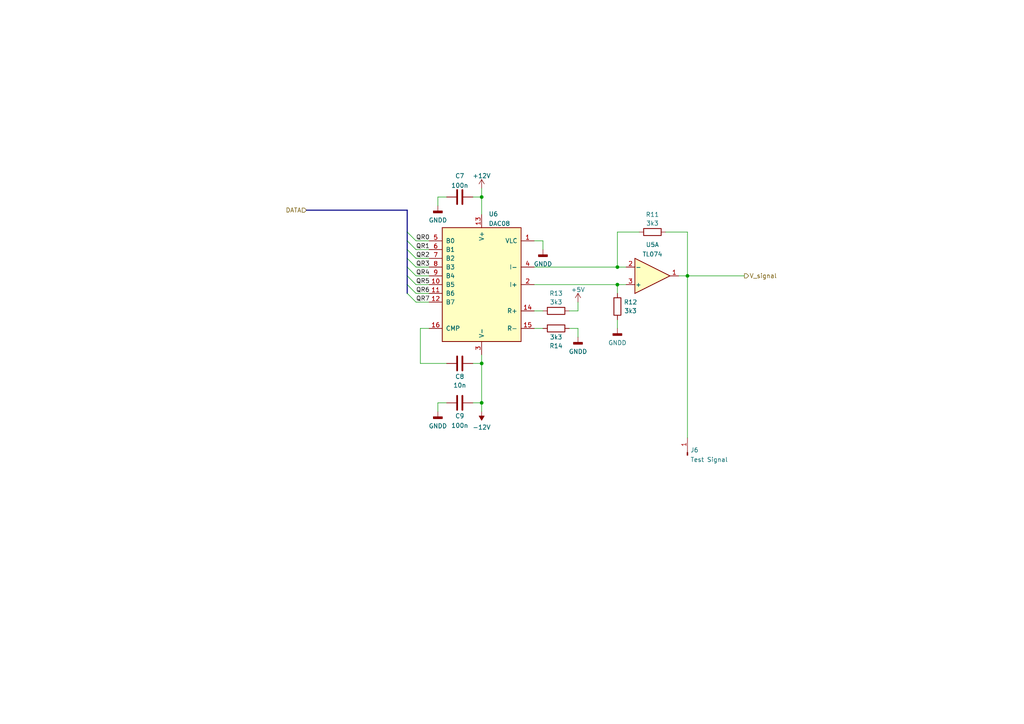
<source format=kicad_sch>
(kicad_sch (version 20211123) (generator eeschema)
  (paper "A4")
  (lib_symbols
    (symbol "Amplifier_Operational:TL074" (pin_names (offset 0.127))
      (property "Reference" "U" (at 0 5.08 0))
      (property "Value" "TL074" (at 0 -5.08 0))
      (symbol "TL074_1_1"
        (polyline (pts (xy -5.08 5.08) (xy 5.08 0) (xy -5.08 -5.08) (xy -5.08 5.08)) (stroke (width 0.254)) (fill (type background)))
        (pin output line (at 7.62 0 180) (length 2.54) (name "~") (number "1"))
        (pin input line (at -7.62 -2.54 0) (length 2.54) (name "-") (number "2"))
        (pin input line (at -7.62 2.54 0) (length 2.54) (name "+") (number "3"))
      )
      (symbol "TL074_2_1"
        (polyline (pts (xy -5.08 5.08) (xy 5.08 0) (xy -5.08 -5.08) (xy -5.08 5.08)) (stroke (width 0.254)) (fill (type background)))
        (pin input line (at -7.62 2.54 0) (length 2.54) (name "+") (number "5"))
        (pin input line (at -7.62 -2.54 0) (length 2.54) (name "-") (number "6"))
        (pin output line (at 7.62 0 180) (length 2.54) (name "~") (number "7"))
      )
      (symbol "TL074_3_1"
        (polyline (pts (xy -5.08 5.08) (xy 5.08 0) (xy -5.08 -5.08) (xy -5.08 5.08)) (stroke (width 0.254)) (fill (type background)))
        (pin input line (at -7.62 2.54 0) (length 2.54) (name "+") (number "10"))
        (pin output line (at 7.62 0 180) (length 2.54) (name "~") (number "8"))
        (pin input line (at -7.62 -2.54 0) (length 2.54) (name "-") (number "9"))
      )
      (symbol "TL074_4_1"
        (polyline (pts (xy -5.08 5.08) (xy 5.08 0) (xy -5.08 -5.08) (xy -5.08 5.08)) (stroke (width 0.254)) (fill (type background)))
        (pin input line (at -7.62 2.54 0) (length 2.54) (name "+") (number "12"))
        (pin input line (at -7.62 -2.54 0) (length 2.54) (name "-") (number "13"))
        (pin output line (at 7.62 0 180) (length 2.54) (name "~") (number "14"))
      )
      (symbol "TL074_5_1"
        (pin power_in line (at -2.54 -7.62 90) (length 3.81) (name "V-") (number "11"))
        (pin power_in line (at -2.54 7.62 270) (length 3.81) (name "V+") (number "4"))
      )
    )
    (symbol "Analog_DAC:DAC08" (pin_names (offset 1.016))
      (property "Reference" "U?" (at 2.0194 20.4765 0))
      (property "Value" "DAC08" (at 2.0194 17.7014 0))
      (symbol "DAC08_0_1"
        (rectangle (start -11.43 -16.51) (end 11.43 16.51) (stroke (width 0.254)) (fill (type background)))
      )
      (symbol "DAC08_1_1"
        (pin input line (at 15.24 12.7 180) (length 3.81) (name "VLC") (number "1"))
        (pin input line (at -15.24 0 0) (length 3.81) (name "B5") (number "10"))
        (pin input line (at -15.24 -2.54 0) (length 3.81) (name "B6") (number "11"))
        (pin input line (at -15.24 -5.08 0) (length 3.81) (name "B7") (number "12"))
        (pin power_in line (at 0 20.32 270) (length 3.81) (name "V+") (number "13"))
        (pin input line (at 15.24 -7.62 180) (length 3.81) (name "R+") (number "14"))
        (pin input line (at 15.24 -12.7 180) (length 3.81) (name "R-") (number "15"))
        (pin input line (at -15.24 -12.7 0) (length 3.81) (name "CMP") (number "16"))
        (pin output line (at 15.24 0 180) (length 3.81) (name "I+") (number "2"))
        (pin power_in line (at 0 -20.32 90) (length 3.81) (name "V-") (number "3"))
        (pin output line (at 15.24 5.08 180) (length 3.81) (name "I-") (number "4"))
        (pin input line (at -15.24 12.7 0) (length 3.81) (name "B0") (number "5"))
        (pin input line (at -15.24 10.16 0) (length 3.81) (name "B1") (number "6"))
        (pin input line (at -15.24 7.62 0) (length 3.81) (name "B2") (number "7"))
        (pin input line (at -15.24 5.08 0) (length 3.81) (name "B3") (number "8"))
        (pin input line (at -15.24 2.54 0) (length 3.81) (name "B4") (number "9"))
      )
    )
    (symbol "Connector:Conn_01x01_Male" (pin_names (offset 1.016) hide)
      (property "Reference" "J" (at 0 2.54 0))
      (property "Value" "Conn_01x01_Male" (at 0 -2.54 0))
      (symbol "Conn_01x01_Male_1_1"
        (polyline (pts (xy 1.27 0) (xy 0.8636 0)) (stroke (width 0.1524)))
        (rectangle (start 0.8636 0.127) (end 0 -0.127) (stroke (width 0.1524)) (fill (type outline)))
        (pin passive line (at 5.08 0 180) (length 3.81) (name "Pin_1") (number "1"))
      )
    )
    (symbol "Device:C" (pin_numbers hide) (pin_names (offset 0.254))
      (property "Reference" "C" (at 0.635 2.54 0))
      (property "Value" "C" (at 0.635 -2.54 0))
      (symbol "C_0_1"
        (polyline (pts (xy -2.032 -0.762) (xy 2.032 -0.762)) (stroke (width 0.508)))
        (polyline (pts (xy -2.032 0.762) (xy 2.032 0.762)) (stroke (width 0.508)))
      )
      (symbol "C_1_1"
        (pin passive line (at 0 3.81 270) (length 2.794) (name "~") (number "1"))
        (pin passive line (at 0 -3.81 90) (length 2.794) (name "~") (number "2"))
      )
    )
    (symbol "Device:R" (pin_numbers hide) (pin_names (offset 0))
      (property "Reference" "R" (at 2.032 0 90))
      (property "Value" "R" (at 0 0 90))
      (symbol "R_0_1"
        (rectangle (start -1.016 -2.54) (end 1.016 2.54) (stroke (width 0.254)))
      )
      (symbol "R_1_1"
        (pin passive line (at 0 3.81 270) (length 1.27) (name "~") (number "1"))
        (pin passive line (at 0 -3.81 90) (length 1.27) (name "~") (number "2"))
      )
    )
    (symbol "power:+12V" (power) (pin_names (offset 0))
      (property "Value" "+12V" (at 0 3.556 0))
      (symbol "+12V_0_1"
        (polyline (pts (xy -0.762 1.27) (xy 0 2.54)))
        (polyline (pts (xy 0 0) (xy 0 2.54)))
        (polyline (pts (xy 0 2.54) (xy 0.762 1.27)))
      )
      (symbol "+12V_1_1"
        (pin power_in line (at 0 0 90) (length 0) hide (name "+12V") (number "1"))
      )
    )
    (symbol "power:+5V" (power) (pin_names (offset 0))
      (property "Value" "+5V" (at 0 3.556 0))
      (symbol "+5V_0_1"
        (polyline (pts (xy -0.762 1.27) (xy 0 2.54)))
        (polyline (pts (xy 0 0) (xy 0 2.54)))
        (polyline (pts (xy 0 2.54) (xy 0.762 1.27)))
      )
      (symbol "+5V_1_1"
        (pin power_in line (at 0 0 90) (length 0) hide (name "+5V") (number "1"))
      )
    )
    (symbol "power:-12V" (power) (pin_names (offset 0))
      (property "Value" "-12V" (at 0 3.81 0))
      (symbol "-12V_0_0"
        (pin power_in line (at 0 0 90) (length 0) hide (name "-12V") (number "1"))
      )
      (symbol "-12V_0_1"
        (polyline (pts (xy 0 0) (xy 0 1.27) (xy 0.762 1.27) (xy 0 2.54) (xy -0.762 1.27) (xy 0 1.27)) (fill (type outline)))
      )
    )
    (symbol "power:GNDD" (power) (pin_names (offset 0))
      (property "Value" "GNDD" (at 0 -3.175 0))
      (symbol "GNDD_0_1"
        (rectangle (start -1.27 -1.524) (end 1.27 -2.032) (stroke (width 0.254)) (fill (type outline)))
        (polyline (pts (xy 0 0) (xy 0 -1.524)))
      )
      (symbol "GNDD_1_1"
        (pin power_in line (at 0 0 270) (length 0) hide (name "GNDD") (number "1"))
      )
    )
  )
  (junction (at 179.07 77.47))
  (junction (at 199.39 80.01))
  (junction (at 139.7 57.15))
  (junction (at 139.7 116.84))
  (junction (at 139.7 105.41))
  (junction (at 179.07 82.55))
  (bus_entry (at 118.11 69.85) (size 2.54 2.54))
  (bus_entry (at 118.11 67.31) (size 2.54 2.54))
  (bus_entry (at 118.11 77.47) (size 2.54 2.54))
  (bus_entry (at 118.11 74.93) (size 2.54 2.54))
  (bus_entry (at 118.11 72.39) (size 2.54 2.54))
  (bus_entry (at 118.11 80.01) (size 2.54 2.54))
  (bus_entry (at 118.11 82.55) (size 2.54 2.54))
  (bus_entry (at 118.11 85.09) (size 2.54 2.54))
  (wire (pts (xy 154.94 77.47) (xy 179.07 77.47)))
  (wire (pts (xy 120.65 85.09) (xy 124.46 85.09)))
  (wire (pts (xy 120.65 87.63) (xy 124.46 87.63)))
  (bus (pts (xy 118.11 69.85) (xy 118.11 67.31)))
  (wire (pts (xy 120.65 80.01) (xy 124.46 80.01)))
  (wire (pts (xy 127 119.38) (xy 127 116.84)))
  (bus (pts (xy 118.11 72.39) (xy 118.11 69.85)))
  (wire (pts (xy 139.7 116.84) (xy 139.7 119.38)))
  (wire (pts (xy 154.94 82.55) (xy 179.07 82.55)))
  (wire (pts (xy 179.07 82.55) (xy 179.07 85.09)))
  (wire (pts (xy 121.92 95.25) (xy 124.46 95.25)))
  (wire (pts (xy 129.54 105.41) (xy 121.92 105.41)))
  (wire (pts (xy 139.7 102.87) (xy 139.7 105.41)))
  (bus (pts (xy 118.11 85.09) (xy 118.11 82.55)))
  (bus (pts (xy 88.9 60.96) (xy 118.11 60.96)))
  (wire (pts (xy 139.7 105.41) (xy 139.7 116.84)))
  (wire (pts (xy 120.65 74.93) (xy 124.46 74.93)))
  (wire (pts (xy 154.94 90.17) (xy 157.48 90.17)))
  (wire (pts (xy 137.16 105.41) (xy 139.7 105.41)))
  (wire (pts (xy 179.07 67.31) (xy 179.07 77.47)))
  (bus (pts (xy 118.11 77.47) (xy 118.11 74.93)))
  (wire (pts (xy 199.39 80.01) (xy 199.39 127)))
  (wire (pts (xy 179.07 77.47) (xy 181.61 77.47)))
  (wire (pts (xy 165.1 95.25) (xy 167.64 95.25)))
  (wire (pts (xy 120.65 77.47) (xy 124.46 77.47)))
  (bus (pts (xy 118.11 74.93) (xy 118.11 72.39)))
  (wire (pts (xy 120.65 72.39) (xy 124.46 72.39)))
  (wire (pts (xy 199.39 67.31) (xy 199.39 80.01)))
  (wire (pts (xy 167.64 97.79) (xy 167.64 95.25)))
  (wire (pts (xy 139.7 57.15) (xy 139.7 62.23)))
  (wire (pts (xy 185.42 67.31) (xy 179.07 67.31)))
  (bus (pts (xy 118.11 67.31) (xy 118.11 60.96)))
  (wire (pts (xy 199.39 80.01) (xy 215.9 80.01)))
  (wire (pts (xy 120.65 69.85) (xy 124.46 69.85)))
  (wire (pts (xy 179.07 82.55) (xy 181.61 82.55)))
  (bus (pts (xy 118.11 80.01) (xy 118.11 77.47)))
  (wire (pts (xy 139.7 54.61) (xy 139.7 57.15)))
  (wire (pts (xy 120.65 82.55) (xy 124.46 82.55)))
  (wire (pts (xy 127 116.84) (xy 129.54 116.84)))
  (wire (pts (xy 199.39 80.01) (xy 196.85 80.01)))
  (bus (pts (xy 118.11 82.55) (xy 118.11 80.01)))
  (wire (pts (xy 157.48 72.39) (xy 157.48 69.85)))
  (wire (pts (xy 127 59.69) (xy 127 57.15)))
  (wire (pts (xy 127 57.15) (xy 129.54 57.15)))
  (wire (pts (xy 167.64 87.63) (xy 167.64 90.17)))
  (wire (pts (xy 154.94 69.85) (xy 157.48 69.85)))
  (wire (pts (xy 179.07 95.25) (xy 179.07 92.71)))
  (wire (pts (xy 193.04 67.31) (xy 199.39 67.31)))
  (wire (pts (xy 165.1 90.17) (xy 167.64 90.17)))
  (wire (pts (xy 154.94 95.25) (xy 157.48 95.25)))
  (wire (pts (xy 137.16 57.15) (xy 139.7 57.15)))
  (wire (pts (xy 137.16 116.84) (xy 139.7 116.84)))
  (wire (pts (xy 121.92 105.41) (xy 121.92 95.25)))
  (label "QR5" (at 120.65 82.55 0))
  (label "QR7" (at 120.65 87.63 0))
  (label "QR3" (at 120.65 77.47 0))
  (label "QR6" (at 120.65 85.09 0))
  (label "QR4" (at 120.65 80.01 0))
  (label "QR0" (at 120.65 69.85 0))
  (label "QR1" (at 120.65 72.39 0))
  (label "QR2" (at 120.65 74.93 0))
  (hierarchical_label "DATA" (shape input) (at 88.9 60.96 180))
  (hierarchical_label "V_signal" (shape output) (at 215.9 80.01 0))
  (symbol (lib_id "Device:C") (at 133.35 116.84 270) (mirror x)
    (property "Reference" "C9" (at 133.35 120.65 90))
    (property "Value" "100n" (at 133.35 123.4251 90))
    (property "Footprint" "Capacitor_THT:C_Disc_D4.3mm_W1.9mm_P5.00mm" (effects hide))
  )
  (symbol (lib_id "power:GNDD") (at 127 119.38 0)
    (property "Reference" "#PWR024" (effects hide))
    (property "Value" "GNDD" (at 127 123.5615 0))
  )
  (symbol (lib_id "power:GNDD") (at 127 59.69 0)
    (property "Reference" "#PWR019" (effects hide))
    (property "Value" "GNDD" (at 127 63.8715 0))
  )
  (symbol (lib_id "power:-12V") (at 139.7 119.38 180)
    (property "Reference" "#PWR025" (effects hide))
    (property "Value" "-12V" (at 139.7 123.9425 0))
  )
  (symbol (lib_id "power:GNDD") (at 167.64 97.79 0)
    (property "Reference" "#PWR023" (effects hide))
    (property "Value" "GNDD" (at 167.64 101.9715 0))
  )
  (symbol (lib_id "power:GNDD") (at 157.48 72.39 0)
    (property "Reference" "#PWR020" (effects hide))
    (property "Value" "GNDD" (at 157.48 76.5715 0))
  )
  (symbol (lib_id "Device:R") (at 161.29 95.25 90)
    (property "Reference" "R14" (at 161.29 100.33 90))
    (property "Value" "3k3" (at 161.29 97.79 90))
    (property "Footprint" "Resistor_THT:R_Axial_DIN0207_L6.3mm_D2.5mm_P10.16mm_Horizontal" (effects hide))
  )
  (symbol (lib_id "power:+5V") (at 167.64 87.63 0)
    (property "Reference" "#PWR021" (effects hide))
    (property "Value" "+5V" (at 167.64 84.0255 0))
  )
  (symbol (lib_id "Device:C") (at 133.35 105.41 270) (mirror x)
    (property "Reference" "C8" (at 133.35 109.22 90))
    (property "Value" "10n" (at 133.35 111.76 90))
    (property "Footprint" "Capacitor_THT:C_Disc_D4.3mm_W1.9mm_P5.00mm" (effects hide))
  )
  (symbol (lib_id "Analog_DAC:DAC08") (at 139.7 82.55 0)
    (property "Reference" "U6" (at 141.7194 62.0735 0) (effects (justify left)))
    (property "Value" "DAC08" (at 141.7194 64.8486 0) (effects (justify left)))
    (property "Footprint" "Package_DIP:DIP-16_W7.62mm" (effects hide))
    (property "Datasheet" "https://www.analog.com/media/en/technical-documentation/data-sheets/DAC08.pdf" (effects hide))
  )
  (symbol (lib_id "Device:R") (at 189.23 67.31 90)
    (property "Reference" "R11" (at 189.23 62.23 90))
    (property "Value" "3k3" (at 189.23 64.77 90))
    (property "Footprint" "Resistor_THT:R_Axial_DIN0207_L6.3mm_D2.5mm_P10.16mm_Horizontal" (effects hide))
  )
  (symbol (lib_id "Device:R") (at 161.29 90.17 90)
    (property "Reference" "R13" (at 161.29 85.09 90))
    (property "Value" "3k3" (at 161.29 87.63 90))
    (property "Footprint" "Resistor_THT:R_Axial_DIN0207_L6.3mm_D2.5mm_P10.16mm_Horizontal" (effects hide))
  )
  (symbol (lib_id "Device:R") (at 179.07 88.9 180)
    (property "Reference" "R12" (at 182.88 87.63 0))
    (property "Value" "3k3" (at 182.88 90.17 0))
    (property "Footprint" "Resistor_THT:R_Axial_DIN0207_L6.3mm_D2.5mm_P10.16mm_Horizontal" (effects hide))
  )
  (symbol (lib_id "power:GNDD") (at 179.07 95.25 0)
    (property "Reference" "#PWR022" (effects hide))
    (property "Value" "GNDD" (at 179.07 99.4315 0))
  )
  (symbol (lib_id "Device:C") (at 133.35 57.15 90)
    (property "Reference" "C7" (at 133.35 51.0245 90))
    (property "Value" "100n" (at 133.35 53.7996 90))
    (property "Footprint" "Capacitor_THT:C_Disc_D4.3mm_W1.9mm_P5.00mm" (effects hide))
  )
  (symbol (lib_id "power:+12V") (at 139.7 54.61 0)
    (property "Reference" "#PWR018" (effects hide))
    (property "Value" "+12V" (at 139.7 51.0055 0))
  )
  (symbol (lib_id "Amplifier_Operational:TL074") (at 189.23 80.01 0) (mirror x)
    (property "Reference" "U5" (at 189.23 70.9635 0))
    (property "Value" "TL074" (at 189.23 73.7386 0))
    (property "Footprint" "Package_DIP:DIP-14_W7.62mm" (effects hide))
    (property "Datasheet" "http://www.ti.com/lit/ds/symlink/tl071.pdf" (effects hide))
  )
  (symbol (lib_id "Connector:Conn_01x01_Male") (at 199.39 132.08 90)
    (property "Reference" "J6" (at 200.2282 130.5365 90) (effects (justify right)))
    (property "Value" "Test Signal" (at 200.2282 133.3116 90) (effects (justify right)))
    (property "Footprint" "Connector_PinHeader_2.54mm:PinHeader_1x01_P2.54mm_Vertical" (effects hide))
  )
)
</source>
